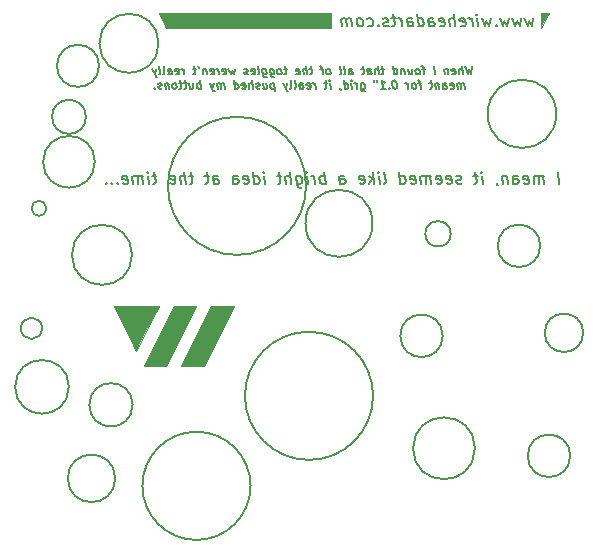
<source format=gbo>
G04 #@! TF.GenerationSoftware,KiCad,Pcbnew,(5.1.2)-1*
G04 #@! TF.CreationDate,2019-05-02T22:44:15-07:00*
G04 #@! TF.ProjectId,gen3piano,67656e33-7069-4616-9e6f-2e6b69636164,rev?*
G04 #@! TF.SameCoordinates,PXe88b40PYc1c960*
G04 #@! TF.FileFunction,Legend,Bot*
G04 #@! TF.FilePolarity,Positive*
%FSLAX46Y46*%
G04 Gerber Fmt 4.6, Leading zero omitted, Abs format (unit mm)*
G04 Created by KiCad (PCBNEW (5.1.2)-1) date 2019-05-02 22:44:15*
%MOMM*%
%LPD*%
G04 APERTURE LIST*
%ADD10C,0.150000*%
%ADD11C,0.100000*%
G04 APERTURE END LIST*
D10*
X20454050Y-40640000D02*
G75*
G03X20454050Y-40640000I-4579050J0D01*
G01*
X47516051Y-38100000D02*
G75*
G03X47516051Y-38100000I-1796051J0D01*
G01*
X36721051Y-27940000D02*
G75*
G03X36721051Y-27940000I-1796051J0D01*
G01*
X30825442Y-33020000D02*
G75*
G03X30825442Y-33020000I-5425442J0D01*
G01*
X39448172Y-37465000D02*
G75*
G03X39448172Y-37465000I-2618172J0D01*
G01*
D11*
G36*
X27305000Y-1905000D02*
G01*
X13335000Y-1905000D01*
X12700000Y-635000D01*
X27305000Y-635000D01*
X27305000Y-1905000D01*
G37*
X27305000Y-1905000D02*
X13335000Y-1905000D01*
X12700000Y-635000D01*
X27305000Y-635000D01*
X27305000Y-1905000D01*
D10*
X3175000Y-17145000D02*
G75*
G03X3175000Y-17145000I-635000J0D01*
G01*
X2803026Y-27305000D02*
G75*
G03X2803026Y-27305000I-898026J0D01*
G01*
X8993046Y-40005000D02*
G75*
G03X8993046Y-40005000I-2008046J0D01*
G01*
D11*
G36*
X45085000Y-1905000D02*
G01*
X45085000Y-635000D01*
X45720000Y-635000D01*
X45085000Y-1905000D01*
G37*
X45085000Y-1905000D02*
X45085000Y-635000D01*
X45720000Y-635000D01*
X45085000Y-1905000D01*
D10*
X48616394Y-27686000D02*
G75*
G03X48616394Y-27686000I-1626394J0D01*
G01*
X37399631Y-19304000D02*
G75*
G03X37399631Y-19304000I-1077631J0D01*
G01*
X7620000Y-5080000D02*
G75*
G03X7620000Y-5080000I-1778000J0D01*
G01*
X46330046Y-9144000D02*
G75*
G03X46330046Y-9144000I-2896046J0D01*
G01*
X10467620Y-33782000D02*
G75*
G03X10467620Y-33782000I-1831620J0D01*
G01*
X5065845Y-32258000D02*
G75*
G03X5065845Y-32258000I-2271845J0D01*
G01*
X12661610Y-3175000D02*
G75*
G03X12661610Y-3175000I-2501610J0D01*
G01*
X25151519Y-15240000D02*
G75*
G03X25151519Y-15240000I-5847519J0D01*
G01*
X7264991Y-13208000D02*
G75*
G03X7264991Y-13208000I-2184991J0D01*
G01*
X6516841Y-9398000D02*
G75*
G03X6516841Y-9398000I-1436841J0D01*
G01*
X10414000Y-21082000D02*
G75*
G03X10414000Y-21082000I-2540000J0D01*
G01*
X30779806Y-18415000D02*
G75*
G03X30779806Y-18415000I-2839806J0D01*
G01*
X39219479Y-5112666D02*
X39140312Y-5812666D01*
X38944479Y-5312666D01*
X38873645Y-5812666D01*
X38619479Y-5112666D01*
X38440312Y-5812666D02*
X38352812Y-5112666D01*
X38140312Y-5812666D02*
X38094479Y-5446000D01*
X38119479Y-5379333D01*
X38181979Y-5346000D01*
X38281979Y-5346000D01*
X38352812Y-5379333D01*
X38390312Y-5412666D01*
X37536145Y-5779333D02*
X37606979Y-5812666D01*
X37740312Y-5812666D01*
X37802812Y-5779333D01*
X37827812Y-5712666D01*
X37794479Y-5446000D01*
X37752812Y-5379333D01*
X37681979Y-5346000D01*
X37548645Y-5346000D01*
X37486145Y-5379333D01*
X37461145Y-5446000D01*
X37469479Y-5512666D01*
X37811145Y-5579333D01*
X37148645Y-5346000D02*
X37206979Y-5812666D01*
X37156979Y-5412666D02*
X37119479Y-5379333D01*
X37048645Y-5346000D01*
X36948645Y-5346000D01*
X36886145Y-5379333D01*
X36861145Y-5446000D01*
X36906979Y-5812666D01*
X36040312Y-5812666D02*
X35952812Y-5112666D01*
X35215312Y-5346000D02*
X34948645Y-5346000D01*
X35173645Y-5812666D02*
X35098645Y-5212666D01*
X35056979Y-5146000D01*
X34986145Y-5112666D01*
X34919479Y-5112666D01*
X34673645Y-5812666D02*
X34736145Y-5779333D01*
X34765312Y-5746000D01*
X34790312Y-5679333D01*
X34765312Y-5479333D01*
X34723645Y-5412666D01*
X34686145Y-5379333D01*
X34615312Y-5346000D01*
X34515312Y-5346000D01*
X34452812Y-5379333D01*
X34423645Y-5412666D01*
X34398645Y-5479333D01*
X34423645Y-5679333D01*
X34465312Y-5746000D01*
X34502812Y-5779333D01*
X34573645Y-5812666D01*
X34673645Y-5812666D01*
X33781979Y-5346000D02*
X33840312Y-5812666D01*
X34081979Y-5346000D02*
X34127812Y-5712666D01*
X34102812Y-5779333D01*
X34040312Y-5812666D01*
X33940312Y-5812666D01*
X33869479Y-5779333D01*
X33831979Y-5746000D01*
X33448645Y-5346000D02*
X33506979Y-5812666D01*
X33456979Y-5412666D02*
X33419479Y-5379333D01*
X33348645Y-5346000D01*
X33248645Y-5346000D01*
X33186145Y-5379333D01*
X33161145Y-5446000D01*
X33206979Y-5812666D01*
X32573645Y-5812666D02*
X32486145Y-5112666D01*
X32569479Y-5779333D02*
X32640312Y-5812666D01*
X32773645Y-5812666D01*
X32836145Y-5779333D01*
X32865312Y-5746000D01*
X32890312Y-5679333D01*
X32865312Y-5479333D01*
X32823645Y-5412666D01*
X32786145Y-5379333D01*
X32715312Y-5346000D01*
X32581979Y-5346000D01*
X32519479Y-5379333D01*
X31748645Y-5346000D02*
X31481979Y-5346000D01*
X31619479Y-5112666D02*
X31694479Y-5712666D01*
X31669479Y-5779333D01*
X31606979Y-5812666D01*
X31540312Y-5812666D01*
X31306979Y-5812666D02*
X31219479Y-5112666D01*
X31006979Y-5812666D02*
X30961145Y-5446000D01*
X30986145Y-5379333D01*
X31048645Y-5346000D01*
X31148645Y-5346000D01*
X31219479Y-5379333D01*
X31256979Y-5412666D01*
X30373645Y-5812666D02*
X30327812Y-5446000D01*
X30352812Y-5379333D01*
X30415312Y-5346000D01*
X30548645Y-5346000D01*
X30619479Y-5379333D01*
X30369479Y-5779333D02*
X30440312Y-5812666D01*
X30606979Y-5812666D01*
X30669479Y-5779333D01*
X30694479Y-5712666D01*
X30686145Y-5646000D01*
X30644479Y-5579333D01*
X30573645Y-5546000D01*
X30406979Y-5546000D01*
X30336145Y-5512666D01*
X30081979Y-5346000D02*
X29815312Y-5346000D01*
X29952812Y-5112666D02*
X30027812Y-5712666D01*
X30002812Y-5779333D01*
X29940312Y-5812666D01*
X29873645Y-5812666D01*
X28806979Y-5812666D02*
X28761145Y-5446000D01*
X28786145Y-5379333D01*
X28848645Y-5346000D01*
X28981979Y-5346000D01*
X29052812Y-5379333D01*
X28802812Y-5779333D02*
X28873645Y-5812666D01*
X29040312Y-5812666D01*
X29102812Y-5779333D01*
X29127812Y-5712666D01*
X29119479Y-5646000D01*
X29077812Y-5579333D01*
X29006979Y-5546000D01*
X28840312Y-5546000D01*
X28769479Y-5512666D01*
X28373645Y-5812666D02*
X28436145Y-5779333D01*
X28461145Y-5712666D01*
X28386145Y-5112666D01*
X28006979Y-5812666D02*
X28069479Y-5779333D01*
X28094479Y-5712666D01*
X28019479Y-5112666D01*
X27106979Y-5812666D02*
X27169479Y-5779333D01*
X27198645Y-5746000D01*
X27223645Y-5679333D01*
X27198645Y-5479333D01*
X27156979Y-5412666D01*
X27119479Y-5379333D01*
X27048645Y-5346000D01*
X26948645Y-5346000D01*
X26886145Y-5379333D01*
X26856979Y-5412666D01*
X26831979Y-5479333D01*
X26856979Y-5679333D01*
X26898645Y-5746000D01*
X26936145Y-5779333D01*
X27006979Y-5812666D01*
X27106979Y-5812666D01*
X26615312Y-5346000D02*
X26348645Y-5346000D01*
X26573645Y-5812666D02*
X26498645Y-5212666D01*
X26456979Y-5146000D01*
X26386145Y-5112666D01*
X26319479Y-5112666D01*
X25681979Y-5346000D02*
X25415312Y-5346000D01*
X25552812Y-5112666D02*
X25627812Y-5712666D01*
X25602812Y-5779333D01*
X25540312Y-5812666D01*
X25473645Y-5812666D01*
X25240312Y-5812666D02*
X25152812Y-5112666D01*
X24940312Y-5812666D02*
X24894479Y-5446000D01*
X24919479Y-5379333D01*
X24981979Y-5346000D01*
X25081979Y-5346000D01*
X25152812Y-5379333D01*
X25190312Y-5412666D01*
X24336145Y-5779333D02*
X24406979Y-5812666D01*
X24540312Y-5812666D01*
X24602812Y-5779333D01*
X24627812Y-5712666D01*
X24594479Y-5446000D01*
X24552812Y-5379333D01*
X24481979Y-5346000D01*
X24348645Y-5346000D01*
X24286145Y-5379333D01*
X24261145Y-5446000D01*
X24269479Y-5512666D01*
X24611145Y-5579333D01*
X23515312Y-5346000D02*
X23248645Y-5346000D01*
X23386145Y-5112666D02*
X23461145Y-5712666D01*
X23436145Y-5779333D01*
X23373645Y-5812666D01*
X23306979Y-5812666D01*
X22973645Y-5812666D02*
X23036145Y-5779333D01*
X23065312Y-5746000D01*
X23090312Y-5679333D01*
X23065312Y-5479333D01*
X23023645Y-5412666D01*
X22986145Y-5379333D01*
X22915312Y-5346000D01*
X22815312Y-5346000D01*
X22752812Y-5379333D01*
X22723645Y-5412666D01*
X22698645Y-5479333D01*
X22723645Y-5679333D01*
X22765312Y-5746000D01*
X22802812Y-5779333D01*
X22873645Y-5812666D01*
X22973645Y-5812666D01*
X22081979Y-5346000D02*
X22152812Y-5912666D01*
X22194479Y-5979333D01*
X22231979Y-6012666D01*
X22302812Y-6046000D01*
X22402812Y-6046000D01*
X22465312Y-6012666D01*
X22136145Y-5779333D02*
X22206979Y-5812666D01*
X22340312Y-5812666D01*
X22402812Y-5779333D01*
X22431979Y-5746000D01*
X22456979Y-5679333D01*
X22431979Y-5479333D01*
X22390312Y-5412666D01*
X22352812Y-5379333D01*
X22281979Y-5346000D01*
X22148645Y-5346000D01*
X22086145Y-5379333D01*
X21448645Y-5346000D02*
X21519479Y-5912666D01*
X21561145Y-5979333D01*
X21598645Y-6012666D01*
X21669479Y-6046000D01*
X21769479Y-6046000D01*
X21831979Y-6012666D01*
X21502812Y-5779333D02*
X21573645Y-5812666D01*
X21706979Y-5812666D01*
X21769479Y-5779333D01*
X21798645Y-5746000D01*
X21823645Y-5679333D01*
X21798645Y-5479333D01*
X21756979Y-5412666D01*
X21719479Y-5379333D01*
X21648645Y-5346000D01*
X21515312Y-5346000D01*
X21452812Y-5379333D01*
X21073645Y-5812666D02*
X21136145Y-5779333D01*
X21161145Y-5712666D01*
X21086145Y-5112666D01*
X20536145Y-5779333D02*
X20606979Y-5812666D01*
X20740312Y-5812666D01*
X20802812Y-5779333D01*
X20827812Y-5712666D01*
X20794479Y-5446000D01*
X20752812Y-5379333D01*
X20681979Y-5346000D01*
X20548645Y-5346000D01*
X20486145Y-5379333D01*
X20461145Y-5446000D01*
X20469479Y-5512666D01*
X20811145Y-5579333D01*
X20236145Y-5779333D02*
X20173645Y-5812666D01*
X20040312Y-5812666D01*
X19969479Y-5779333D01*
X19927812Y-5712666D01*
X19923645Y-5679333D01*
X19948645Y-5612666D01*
X20011145Y-5579333D01*
X20111145Y-5579333D01*
X20173645Y-5546000D01*
X20198645Y-5479333D01*
X20194479Y-5446000D01*
X20152812Y-5379333D01*
X20081979Y-5346000D01*
X19981979Y-5346000D01*
X19919479Y-5379333D01*
X19115312Y-5346000D02*
X19040312Y-5812666D01*
X18865312Y-5479333D01*
X18773645Y-5812666D01*
X18581979Y-5346000D01*
X18102812Y-5779333D02*
X18173645Y-5812666D01*
X18306979Y-5812666D01*
X18369479Y-5779333D01*
X18394479Y-5712666D01*
X18361145Y-5446000D01*
X18319479Y-5379333D01*
X18248645Y-5346000D01*
X18115312Y-5346000D01*
X18052812Y-5379333D01*
X18027812Y-5446000D01*
X18036145Y-5512666D01*
X18377812Y-5579333D01*
X17773645Y-5812666D02*
X17715312Y-5346000D01*
X17731979Y-5479333D02*
X17690312Y-5412666D01*
X17652812Y-5379333D01*
X17581979Y-5346000D01*
X17515312Y-5346000D01*
X17069479Y-5779333D02*
X17140312Y-5812666D01*
X17273645Y-5812666D01*
X17336145Y-5779333D01*
X17361145Y-5712666D01*
X17327812Y-5446000D01*
X17286145Y-5379333D01*
X17215312Y-5346000D01*
X17081979Y-5346000D01*
X17019479Y-5379333D01*
X16994479Y-5446000D01*
X17002812Y-5512666D01*
X17344479Y-5579333D01*
X16681979Y-5346000D02*
X16740312Y-5812666D01*
X16690312Y-5412666D02*
X16652812Y-5379333D01*
X16581979Y-5346000D01*
X16481979Y-5346000D01*
X16419479Y-5379333D01*
X16394479Y-5446000D01*
X16440312Y-5812666D01*
X15986145Y-5112666D02*
X16069479Y-5246000D01*
X15815312Y-5346000D02*
X15548645Y-5346000D01*
X15686145Y-5112666D02*
X15761145Y-5712666D01*
X15736145Y-5779333D01*
X15673645Y-5812666D01*
X15606979Y-5812666D01*
X14840312Y-5812666D02*
X14781979Y-5346000D01*
X14798645Y-5479333D02*
X14756979Y-5412666D01*
X14719479Y-5379333D01*
X14648645Y-5346000D01*
X14581979Y-5346000D01*
X14136145Y-5779333D02*
X14206979Y-5812666D01*
X14340312Y-5812666D01*
X14402812Y-5779333D01*
X14427812Y-5712666D01*
X14394479Y-5446000D01*
X14352812Y-5379333D01*
X14281979Y-5346000D01*
X14148645Y-5346000D01*
X14086145Y-5379333D01*
X14061145Y-5446000D01*
X14069479Y-5512666D01*
X14411145Y-5579333D01*
X13506979Y-5812666D02*
X13461145Y-5446000D01*
X13486145Y-5379333D01*
X13548645Y-5346000D01*
X13681979Y-5346000D01*
X13752812Y-5379333D01*
X13502812Y-5779333D02*
X13573645Y-5812666D01*
X13740312Y-5812666D01*
X13802812Y-5779333D01*
X13827812Y-5712666D01*
X13819479Y-5646000D01*
X13777812Y-5579333D01*
X13706979Y-5546000D01*
X13540312Y-5546000D01*
X13469479Y-5512666D01*
X13073645Y-5812666D02*
X13136145Y-5779333D01*
X13161145Y-5712666D01*
X13086145Y-5112666D01*
X12706979Y-5812666D02*
X12769479Y-5779333D01*
X12794479Y-5712666D01*
X12719479Y-5112666D01*
X12448645Y-5346000D02*
X12340312Y-5812666D01*
X12115312Y-5346000D02*
X12340312Y-5812666D01*
X12427812Y-5979333D01*
X12465312Y-6012666D01*
X12536145Y-6046000D01*
X38590312Y-7012666D02*
X38531979Y-6546000D01*
X38540312Y-6612666D02*
X38502812Y-6579333D01*
X38431979Y-6546000D01*
X38331979Y-6546000D01*
X38269479Y-6579333D01*
X38244479Y-6646000D01*
X38290312Y-7012666D01*
X38244479Y-6646000D02*
X38202812Y-6579333D01*
X38131979Y-6546000D01*
X38031979Y-6546000D01*
X37969479Y-6579333D01*
X37944479Y-6646000D01*
X37990312Y-7012666D01*
X37386145Y-6979333D02*
X37456979Y-7012666D01*
X37590312Y-7012666D01*
X37652812Y-6979333D01*
X37677812Y-6912666D01*
X37644479Y-6646000D01*
X37602812Y-6579333D01*
X37531979Y-6546000D01*
X37398645Y-6546000D01*
X37336145Y-6579333D01*
X37311145Y-6646000D01*
X37319479Y-6712666D01*
X37661145Y-6779333D01*
X36756979Y-7012666D02*
X36711145Y-6646000D01*
X36736145Y-6579333D01*
X36798645Y-6546000D01*
X36931979Y-6546000D01*
X37002812Y-6579333D01*
X36752812Y-6979333D02*
X36823645Y-7012666D01*
X36990312Y-7012666D01*
X37052812Y-6979333D01*
X37077812Y-6912666D01*
X37069479Y-6846000D01*
X37027812Y-6779333D01*
X36956979Y-6746000D01*
X36790312Y-6746000D01*
X36719479Y-6712666D01*
X36365312Y-6546000D02*
X36423645Y-7012666D01*
X36373645Y-6612666D02*
X36336145Y-6579333D01*
X36265312Y-6546000D01*
X36165312Y-6546000D01*
X36102812Y-6579333D01*
X36077812Y-6646000D01*
X36123645Y-7012666D01*
X35831979Y-6546000D02*
X35565312Y-6546000D01*
X35702812Y-6312666D02*
X35777812Y-6912666D01*
X35752812Y-6979333D01*
X35690312Y-7012666D01*
X35623645Y-7012666D01*
X34898645Y-6546000D02*
X34631979Y-6546000D01*
X34856979Y-7012666D02*
X34781979Y-6412666D01*
X34740312Y-6346000D01*
X34669479Y-6312666D01*
X34602812Y-6312666D01*
X34356979Y-7012666D02*
X34419479Y-6979333D01*
X34448645Y-6946000D01*
X34473645Y-6879333D01*
X34448645Y-6679333D01*
X34406979Y-6612666D01*
X34369479Y-6579333D01*
X34298645Y-6546000D01*
X34198645Y-6546000D01*
X34136145Y-6579333D01*
X34106979Y-6612666D01*
X34081979Y-6679333D01*
X34106979Y-6879333D01*
X34148645Y-6946000D01*
X34186145Y-6979333D01*
X34256979Y-7012666D01*
X34356979Y-7012666D01*
X33823645Y-7012666D02*
X33765312Y-6546000D01*
X33781979Y-6679333D02*
X33740312Y-6612666D01*
X33702812Y-6579333D01*
X33631979Y-6546000D01*
X33565312Y-6546000D01*
X32636145Y-6312666D02*
X32569479Y-6312666D01*
X32506979Y-6346000D01*
X32477812Y-6379333D01*
X32452812Y-6446000D01*
X32436145Y-6579333D01*
X32456979Y-6746000D01*
X32506979Y-6879333D01*
X32548645Y-6946000D01*
X32586145Y-6979333D01*
X32656979Y-7012666D01*
X32723645Y-7012666D01*
X32786145Y-6979333D01*
X32815312Y-6946000D01*
X32840312Y-6879333D01*
X32856979Y-6746000D01*
X32836145Y-6579333D01*
X32786145Y-6446000D01*
X32744479Y-6379333D01*
X32706979Y-6346000D01*
X32636145Y-6312666D01*
X32181979Y-6946000D02*
X32152812Y-6979333D01*
X32190312Y-7012666D01*
X32219479Y-6979333D01*
X32181979Y-6946000D01*
X32190312Y-7012666D01*
X31490312Y-7012666D02*
X31890312Y-7012666D01*
X31690312Y-7012666D02*
X31602812Y-6312666D01*
X31681979Y-6412666D01*
X31756979Y-6479333D01*
X31827812Y-6512666D01*
X31136145Y-6312666D02*
X31152812Y-6446000D01*
X30869479Y-6312666D02*
X30886145Y-6446000D01*
X29765312Y-6546000D02*
X29836145Y-7112666D01*
X29877812Y-7179333D01*
X29915312Y-7212666D01*
X29986145Y-7246000D01*
X30086145Y-7246000D01*
X30148645Y-7212666D01*
X29819479Y-6979333D02*
X29890312Y-7012666D01*
X30023645Y-7012666D01*
X30086145Y-6979333D01*
X30115312Y-6946000D01*
X30140312Y-6879333D01*
X30115312Y-6679333D01*
X30073645Y-6612666D01*
X30036145Y-6579333D01*
X29965312Y-6546000D01*
X29831979Y-6546000D01*
X29769479Y-6579333D01*
X29490312Y-7012666D02*
X29431979Y-6546000D01*
X29448645Y-6679333D02*
X29406979Y-6612666D01*
X29369479Y-6579333D01*
X29298645Y-6546000D01*
X29231979Y-6546000D01*
X29056979Y-7012666D02*
X28998645Y-6546000D01*
X28969479Y-6312666D02*
X29006979Y-6346000D01*
X28977812Y-6379333D01*
X28940312Y-6346000D01*
X28969479Y-6312666D01*
X28977812Y-6379333D01*
X28423645Y-7012666D02*
X28336145Y-6312666D01*
X28419479Y-6979333D02*
X28490312Y-7012666D01*
X28623645Y-7012666D01*
X28686145Y-6979333D01*
X28715312Y-6946000D01*
X28740312Y-6879333D01*
X28715312Y-6679333D01*
X28673645Y-6612666D01*
X28636145Y-6579333D01*
X28565312Y-6546000D01*
X28431979Y-6546000D01*
X28369479Y-6579333D01*
X28052812Y-6979333D02*
X28056979Y-7012666D01*
X28098645Y-7079333D01*
X28136145Y-7112666D01*
X27223645Y-7012666D02*
X27165312Y-6546000D01*
X27136145Y-6312666D02*
X27173645Y-6346000D01*
X27144479Y-6379333D01*
X27106979Y-6346000D01*
X27136145Y-6312666D01*
X27144479Y-6379333D01*
X26931979Y-6546000D02*
X26665312Y-6546000D01*
X26802812Y-6312666D02*
X26877812Y-6912666D01*
X26852812Y-6979333D01*
X26790312Y-7012666D01*
X26723645Y-7012666D01*
X25956979Y-7012666D02*
X25898645Y-6546000D01*
X25915312Y-6679333D02*
X25873645Y-6612666D01*
X25836145Y-6579333D01*
X25765312Y-6546000D01*
X25698645Y-6546000D01*
X25252812Y-6979333D02*
X25323645Y-7012666D01*
X25456979Y-7012666D01*
X25519479Y-6979333D01*
X25544479Y-6912666D01*
X25511145Y-6646000D01*
X25469479Y-6579333D01*
X25398645Y-6546000D01*
X25265312Y-6546000D01*
X25202812Y-6579333D01*
X25177812Y-6646000D01*
X25186145Y-6712666D01*
X25527812Y-6779333D01*
X24623645Y-7012666D02*
X24577812Y-6646000D01*
X24602812Y-6579333D01*
X24665312Y-6546000D01*
X24798645Y-6546000D01*
X24869479Y-6579333D01*
X24619479Y-6979333D02*
X24690312Y-7012666D01*
X24856979Y-7012666D01*
X24919479Y-6979333D01*
X24944479Y-6912666D01*
X24936145Y-6846000D01*
X24894479Y-6779333D01*
X24823645Y-6746000D01*
X24656979Y-6746000D01*
X24586145Y-6712666D01*
X24190312Y-7012666D02*
X24252812Y-6979333D01*
X24277812Y-6912666D01*
X24202812Y-6312666D01*
X23823645Y-7012666D02*
X23886145Y-6979333D01*
X23911145Y-6912666D01*
X23836145Y-6312666D01*
X23565312Y-6546000D02*
X23456979Y-7012666D01*
X23231979Y-6546000D02*
X23456979Y-7012666D01*
X23544479Y-7179333D01*
X23581979Y-7212666D01*
X23652812Y-7246000D01*
X22431979Y-6546000D02*
X22519479Y-7246000D01*
X22436145Y-6579333D02*
X22365312Y-6546000D01*
X22231979Y-6546000D01*
X22169479Y-6579333D01*
X22140312Y-6612666D01*
X22115312Y-6679333D01*
X22140312Y-6879333D01*
X22181979Y-6946000D01*
X22219479Y-6979333D01*
X22290312Y-7012666D01*
X22423645Y-7012666D01*
X22486145Y-6979333D01*
X21498645Y-6546000D02*
X21556979Y-7012666D01*
X21798645Y-6546000D02*
X21844479Y-6912666D01*
X21819479Y-6979333D01*
X21756979Y-7012666D01*
X21656979Y-7012666D01*
X21586145Y-6979333D01*
X21548645Y-6946000D01*
X21252812Y-6979333D02*
X21190312Y-7012666D01*
X21056979Y-7012666D01*
X20986145Y-6979333D01*
X20944479Y-6912666D01*
X20940312Y-6879333D01*
X20965312Y-6812666D01*
X21027812Y-6779333D01*
X21127812Y-6779333D01*
X21190312Y-6746000D01*
X21215312Y-6679333D01*
X21211145Y-6646000D01*
X21169479Y-6579333D01*
X21098645Y-6546000D01*
X20998645Y-6546000D01*
X20936145Y-6579333D01*
X20656979Y-7012666D02*
X20569479Y-6312666D01*
X20356979Y-7012666D02*
X20311145Y-6646000D01*
X20336145Y-6579333D01*
X20398645Y-6546000D01*
X20498645Y-6546000D01*
X20569479Y-6579333D01*
X20606979Y-6612666D01*
X19752812Y-6979333D02*
X19823645Y-7012666D01*
X19956979Y-7012666D01*
X20019479Y-6979333D01*
X20044479Y-6912666D01*
X20011145Y-6646000D01*
X19969479Y-6579333D01*
X19898645Y-6546000D01*
X19765312Y-6546000D01*
X19702812Y-6579333D01*
X19677812Y-6646000D01*
X19686145Y-6712666D01*
X20027812Y-6779333D01*
X19123645Y-7012666D02*
X19036145Y-6312666D01*
X19119479Y-6979333D02*
X19190312Y-7012666D01*
X19323645Y-7012666D01*
X19386145Y-6979333D01*
X19415312Y-6946000D01*
X19440312Y-6879333D01*
X19415312Y-6679333D01*
X19373645Y-6612666D01*
X19336145Y-6579333D01*
X19265312Y-6546000D01*
X19131979Y-6546000D01*
X19069479Y-6579333D01*
X18256979Y-7012666D02*
X18198645Y-6546000D01*
X18206979Y-6612666D02*
X18169479Y-6579333D01*
X18098645Y-6546000D01*
X17998645Y-6546000D01*
X17936145Y-6579333D01*
X17911145Y-6646000D01*
X17956979Y-7012666D01*
X17911145Y-6646000D02*
X17869479Y-6579333D01*
X17798645Y-6546000D01*
X17698645Y-6546000D01*
X17636145Y-6579333D01*
X17611145Y-6646000D01*
X17656979Y-7012666D01*
X17331979Y-6546000D02*
X17223645Y-7012666D01*
X16998645Y-6546000D02*
X17223645Y-7012666D01*
X17311145Y-7179333D01*
X17348645Y-7212666D01*
X17419479Y-7246000D01*
X16256979Y-7012666D02*
X16169479Y-6312666D01*
X16202812Y-6579333D02*
X16131979Y-6546000D01*
X15998645Y-6546000D01*
X15936145Y-6579333D01*
X15906979Y-6612666D01*
X15881979Y-6679333D01*
X15906979Y-6879333D01*
X15948645Y-6946000D01*
X15986145Y-6979333D01*
X16056979Y-7012666D01*
X16190312Y-7012666D01*
X16252812Y-6979333D01*
X15265312Y-6546000D02*
X15323645Y-7012666D01*
X15565312Y-6546000D02*
X15611145Y-6912666D01*
X15586145Y-6979333D01*
X15523645Y-7012666D01*
X15423645Y-7012666D01*
X15352812Y-6979333D01*
X15315312Y-6946000D01*
X15031979Y-6546000D02*
X14765312Y-6546000D01*
X14902812Y-6312666D02*
X14977812Y-6912666D01*
X14952812Y-6979333D01*
X14890312Y-7012666D01*
X14823645Y-7012666D01*
X14631979Y-6546000D02*
X14365312Y-6546000D01*
X14502812Y-6312666D02*
X14577812Y-6912666D01*
X14552812Y-6979333D01*
X14490312Y-7012666D01*
X14423645Y-7012666D01*
X14090312Y-7012666D02*
X14152812Y-6979333D01*
X14181979Y-6946000D01*
X14206979Y-6879333D01*
X14181979Y-6679333D01*
X14140312Y-6612666D01*
X14102812Y-6579333D01*
X14031979Y-6546000D01*
X13931979Y-6546000D01*
X13869479Y-6579333D01*
X13840312Y-6612666D01*
X13815312Y-6679333D01*
X13840312Y-6879333D01*
X13881979Y-6946000D01*
X13919479Y-6979333D01*
X13990312Y-7012666D01*
X14090312Y-7012666D01*
X13498645Y-6546000D02*
X13556979Y-7012666D01*
X13506979Y-6612666D02*
X13469479Y-6579333D01*
X13398645Y-6546000D01*
X13298645Y-6546000D01*
X13236145Y-6579333D01*
X13211145Y-6646000D01*
X13256979Y-7012666D01*
X12952812Y-6979333D02*
X12890312Y-7012666D01*
X12756979Y-7012666D01*
X12686145Y-6979333D01*
X12644479Y-6912666D01*
X12640312Y-6879333D01*
X12665312Y-6812666D01*
X12727812Y-6779333D01*
X12827812Y-6779333D01*
X12890312Y-6746000D01*
X12915312Y-6679333D01*
X12911145Y-6646000D01*
X12869479Y-6579333D01*
X12798645Y-6546000D01*
X12698645Y-6546000D01*
X12636145Y-6579333D01*
X12348645Y-6946000D02*
X12319479Y-6979333D01*
X12356979Y-7012666D01*
X12386145Y-6979333D01*
X12348645Y-6946000D01*
X12356979Y-7012666D01*
X44976051Y-20320000D02*
G75*
G03X44976051Y-20320000I-1796051J0D01*
G01*
X46571651Y-15057380D02*
X46446651Y-14057380D01*
X45333556Y-15057380D02*
X45250223Y-14390714D01*
X45262127Y-14485952D02*
X45208556Y-14438333D01*
X45107366Y-14390714D01*
X44964508Y-14390714D01*
X44875223Y-14438333D01*
X44839508Y-14533571D01*
X44904985Y-15057380D01*
X44839508Y-14533571D02*
X44779985Y-14438333D01*
X44678794Y-14390714D01*
X44535937Y-14390714D01*
X44446651Y-14438333D01*
X44410937Y-14533571D01*
X44476413Y-15057380D01*
X43613318Y-15009761D02*
X43714508Y-15057380D01*
X43904985Y-15057380D01*
X43994270Y-15009761D01*
X44029985Y-14914523D01*
X43982366Y-14533571D01*
X43922842Y-14438333D01*
X43821651Y-14390714D01*
X43631175Y-14390714D01*
X43541889Y-14438333D01*
X43506175Y-14533571D01*
X43518080Y-14628809D01*
X44006175Y-14724047D01*
X42714508Y-15057380D02*
X42649032Y-14533571D01*
X42684747Y-14438333D01*
X42774032Y-14390714D01*
X42964508Y-14390714D01*
X43065699Y-14438333D01*
X42708556Y-15009761D02*
X42809747Y-15057380D01*
X43047842Y-15057380D01*
X43137127Y-15009761D01*
X43172842Y-14914523D01*
X43160937Y-14819285D01*
X43101413Y-14724047D01*
X43000223Y-14676428D01*
X42762127Y-14676428D01*
X42660937Y-14628809D01*
X42154985Y-14390714D02*
X42238318Y-15057380D01*
X42166889Y-14485952D02*
X42113318Y-14438333D01*
X42012127Y-14390714D01*
X41869270Y-14390714D01*
X41779985Y-14438333D01*
X41744270Y-14533571D01*
X41809747Y-15057380D01*
X41279985Y-15009761D02*
X41285937Y-15057380D01*
X41345461Y-15152619D01*
X41399032Y-15200238D01*
X40095461Y-15057380D02*
X40012127Y-14390714D01*
X39970461Y-14057380D02*
X40024032Y-14105000D01*
X39982366Y-14152619D01*
X39928794Y-14105000D01*
X39970461Y-14057380D01*
X39982366Y-14152619D01*
X39678794Y-14390714D02*
X39297842Y-14390714D01*
X39494270Y-14057380D02*
X39601413Y-14914523D01*
X39565699Y-15009761D01*
X39476413Y-15057380D01*
X39381175Y-15057380D01*
X38327604Y-15009761D02*
X38238318Y-15057380D01*
X38047842Y-15057380D01*
X37946651Y-15009761D01*
X37887127Y-14914523D01*
X37881175Y-14866904D01*
X37916889Y-14771666D01*
X38006175Y-14724047D01*
X38149032Y-14724047D01*
X38238318Y-14676428D01*
X38274032Y-14581190D01*
X38268080Y-14533571D01*
X38208556Y-14438333D01*
X38107366Y-14390714D01*
X37964508Y-14390714D01*
X37875223Y-14438333D01*
X37089508Y-15009761D02*
X37190699Y-15057380D01*
X37381175Y-15057380D01*
X37470461Y-15009761D01*
X37506175Y-14914523D01*
X37458556Y-14533571D01*
X37399032Y-14438333D01*
X37297842Y-14390714D01*
X37107366Y-14390714D01*
X37018080Y-14438333D01*
X36982366Y-14533571D01*
X36994270Y-14628809D01*
X37482366Y-14724047D01*
X36232366Y-15009761D02*
X36333556Y-15057380D01*
X36524032Y-15057380D01*
X36613318Y-15009761D01*
X36649032Y-14914523D01*
X36601413Y-14533571D01*
X36541889Y-14438333D01*
X36440699Y-14390714D01*
X36250223Y-14390714D01*
X36160937Y-14438333D01*
X36125223Y-14533571D01*
X36137127Y-14628809D01*
X36625223Y-14724047D01*
X35762127Y-15057380D02*
X35678794Y-14390714D01*
X35690699Y-14485952D02*
X35637127Y-14438333D01*
X35535937Y-14390714D01*
X35393080Y-14390714D01*
X35303794Y-14438333D01*
X35268080Y-14533571D01*
X35333556Y-15057380D01*
X35268080Y-14533571D02*
X35208556Y-14438333D01*
X35107366Y-14390714D01*
X34964508Y-14390714D01*
X34875223Y-14438333D01*
X34839508Y-14533571D01*
X34904985Y-15057380D01*
X34041889Y-15009761D02*
X34143080Y-15057380D01*
X34333556Y-15057380D01*
X34422842Y-15009761D01*
X34458556Y-14914523D01*
X34410937Y-14533571D01*
X34351413Y-14438333D01*
X34250223Y-14390714D01*
X34059747Y-14390714D01*
X33970461Y-14438333D01*
X33934747Y-14533571D01*
X33946651Y-14628809D01*
X34434747Y-14724047D01*
X33143080Y-15057380D02*
X33018080Y-14057380D01*
X33137127Y-15009761D02*
X33238318Y-15057380D01*
X33428794Y-15057380D01*
X33518080Y-15009761D01*
X33559747Y-14962142D01*
X33595461Y-14866904D01*
X33559747Y-14581190D01*
X33500223Y-14485952D01*
X33446651Y-14438333D01*
X33345461Y-14390714D01*
X33154985Y-14390714D01*
X33065699Y-14438333D01*
X31762127Y-15057380D02*
X31851413Y-15009761D01*
X31887127Y-14914523D01*
X31779985Y-14057380D01*
X31381175Y-15057380D02*
X31297842Y-14390714D01*
X31256175Y-14057380D02*
X31309747Y-14105000D01*
X31268080Y-14152619D01*
X31214508Y-14105000D01*
X31256175Y-14057380D01*
X31268080Y-14152619D01*
X30904985Y-15057380D02*
X30779985Y-14057380D01*
X30762127Y-14676428D02*
X30524032Y-15057380D01*
X30440699Y-14390714D02*
X30869270Y-14771666D01*
X29708556Y-15009761D02*
X29809747Y-15057380D01*
X30000223Y-15057380D01*
X30089508Y-15009761D01*
X30125223Y-14914523D01*
X30077604Y-14533571D01*
X30018080Y-14438333D01*
X29916889Y-14390714D01*
X29726413Y-14390714D01*
X29637127Y-14438333D01*
X29601413Y-14533571D01*
X29613318Y-14628809D01*
X30101413Y-14724047D01*
X28047842Y-15057380D02*
X27982366Y-14533571D01*
X28018080Y-14438333D01*
X28107366Y-14390714D01*
X28297842Y-14390714D01*
X28399032Y-14438333D01*
X28041889Y-15009761D02*
X28143080Y-15057380D01*
X28381175Y-15057380D01*
X28470461Y-15009761D01*
X28506175Y-14914523D01*
X28494270Y-14819285D01*
X28434747Y-14724047D01*
X28333556Y-14676428D01*
X28095461Y-14676428D01*
X27994270Y-14628809D01*
X26809747Y-15057380D02*
X26684747Y-14057380D01*
X26732366Y-14438333D02*
X26631175Y-14390714D01*
X26440699Y-14390714D01*
X26351413Y-14438333D01*
X26309747Y-14485952D01*
X26274032Y-14581190D01*
X26309747Y-14866904D01*
X26369270Y-14962142D01*
X26422842Y-15009761D01*
X26524032Y-15057380D01*
X26714508Y-15057380D01*
X26803794Y-15009761D01*
X25904985Y-15057380D02*
X25821651Y-14390714D01*
X25845461Y-14581190D02*
X25785937Y-14485952D01*
X25732366Y-14438333D01*
X25631175Y-14390714D01*
X25535937Y-14390714D01*
X25285937Y-15057380D02*
X25202604Y-14390714D01*
X25160937Y-14057380D02*
X25214508Y-14105000D01*
X25172842Y-14152619D01*
X25119270Y-14105000D01*
X25160937Y-14057380D01*
X25172842Y-14152619D01*
X24297842Y-14390714D02*
X24399032Y-15200238D01*
X24458556Y-15295476D01*
X24512127Y-15343095D01*
X24613318Y-15390714D01*
X24756175Y-15390714D01*
X24845461Y-15343095D01*
X24375223Y-15009761D02*
X24476413Y-15057380D01*
X24666889Y-15057380D01*
X24756175Y-15009761D01*
X24797842Y-14962142D01*
X24833556Y-14866904D01*
X24797842Y-14581190D01*
X24738318Y-14485952D01*
X24684747Y-14438333D01*
X24583556Y-14390714D01*
X24393080Y-14390714D01*
X24303794Y-14438333D01*
X23904985Y-15057380D02*
X23779985Y-14057380D01*
X23476413Y-15057380D02*
X23410937Y-14533571D01*
X23446651Y-14438333D01*
X23535937Y-14390714D01*
X23678794Y-14390714D01*
X23779985Y-14438333D01*
X23833556Y-14485952D01*
X23059747Y-14390714D02*
X22678794Y-14390714D01*
X22875223Y-14057380D02*
X22982366Y-14914523D01*
X22946651Y-15009761D01*
X22857366Y-15057380D01*
X22762127Y-15057380D01*
X21666889Y-15057380D02*
X21583556Y-14390714D01*
X21541889Y-14057380D02*
X21595461Y-14105000D01*
X21553794Y-14152619D01*
X21500223Y-14105000D01*
X21541889Y-14057380D01*
X21553794Y-14152619D01*
X20762127Y-15057380D02*
X20637127Y-14057380D01*
X20756175Y-15009761D02*
X20857366Y-15057380D01*
X21047842Y-15057380D01*
X21137127Y-15009761D01*
X21178794Y-14962142D01*
X21214508Y-14866904D01*
X21178794Y-14581190D01*
X21119270Y-14485952D01*
X21065699Y-14438333D01*
X20964508Y-14390714D01*
X20774032Y-14390714D01*
X20684747Y-14438333D01*
X19899032Y-15009761D02*
X20000223Y-15057380D01*
X20190699Y-15057380D01*
X20279985Y-15009761D01*
X20315699Y-14914523D01*
X20268080Y-14533571D01*
X20208556Y-14438333D01*
X20107366Y-14390714D01*
X19916889Y-14390714D01*
X19827604Y-14438333D01*
X19791889Y-14533571D01*
X19803794Y-14628809D01*
X20291889Y-14724047D01*
X19000223Y-15057380D02*
X18934747Y-14533571D01*
X18970461Y-14438333D01*
X19059747Y-14390714D01*
X19250223Y-14390714D01*
X19351413Y-14438333D01*
X18994270Y-15009761D02*
X19095461Y-15057380D01*
X19333556Y-15057380D01*
X19422842Y-15009761D01*
X19458556Y-14914523D01*
X19446651Y-14819285D01*
X19387127Y-14724047D01*
X19285937Y-14676428D01*
X19047842Y-14676428D01*
X18946651Y-14628809D01*
X17333556Y-15057380D02*
X17268080Y-14533571D01*
X17303794Y-14438333D01*
X17393080Y-14390714D01*
X17583556Y-14390714D01*
X17684747Y-14438333D01*
X17327604Y-15009761D02*
X17428794Y-15057380D01*
X17666889Y-15057380D01*
X17756175Y-15009761D01*
X17791889Y-14914523D01*
X17779985Y-14819285D01*
X17720461Y-14724047D01*
X17619270Y-14676428D01*
X17381175Y-14676428D01*
X17279985Y-14628809D01*
X16916889Y-14390714D02*
X16535937Y-14390714D01*
X16732366Y-14057380D02*
X16839508Y-14914523D01*
X16803794Y-15009761D01*
X16714508Y-15057380D01*
X16619270Y-15057380D01*
X15583556Y-14390714D02*
X15202604Y-14390714D01*
X15399032Y-14057380D02*
X15506175Y-14914523D01*
X15470461Y-15009761D01*
X15381175Y-15057380D01*
X15285937Y-15057380D01*
X14952604Y-15057380D02*
X14827604Y-14057380D01*
X14524032Y-15057380D02*
X14458556Y-14533571D01*
X14494270Y-14438333D01*
X14583556Y-14390714D01*
X14726413Y-14390714D01*
X14827604Y-14438333D01*
X14881175Y-14485952D01*
X13660937Y-15009761D02*
X13762127Y-15057380D01*
X13952604Y-15057380D01*
X14041889Y-15009761D01*
X14077604Y-14914523D01*
X14029985Y-14533571D01*
X13970461Y-14438333D01*
X13869270Y-14390714D01*
X13678794Y-14390714D01*
X13589508Y-14438333D01*
X13553794Y-14533571D01*
X13565699Y-14628809D01*
X14053794Y-14724047D01*
X12488318Y-14390714D02*
X12107366Y-14390714D01*
X12303794Y-14057380D02*
X12410937Y-14914523D01*
X12375223Y-15009761D01*
X12285937Y-15057380D01*
X12190699Y-15057380D01*
X11857366Y-15057380D02*
X11774032Y-14390714D01*
X11732366Y-14057380D02*
X11785937Y-14105000D01*
X11744270Y-14152619D01*
X11690699Y-14105000D01*
X11732366Y-14057380D01*
X11744270Y-14152619D01*
X11381175Y-15057380D02*
X11297842Y-14390714D01*
X11309747Y-14485952D02*
X11256175Y-14438333D01*
X11154985Y-14390714D01*
X11012127Y-14390714D01*
X10922842Y-14438333D01*
X10887127Y-14533571D01*
X10952604Y-15057380D01*
X10887127Y-14533571D02*
X10827604Y-14438333D01*
X10726413Y-14390714D01*
X10583556Y-14390714D01*
X10494270Y-14438333D01*
X10458556Y-14533571D01*
X10524032Y-15057380D01*
X9660937Y-15009761D02*
X9762127Y-15057380D01*
X9952604Y-15057380D01*
X10041889Y-15009761D01*
X10077604Y-14914523D01*
X10029985Y-14533571D01*
X9970461Y-14438333D01*
X9869270Y-14390714D01*
X9678794Y-14390714D01*
X9589508Y-14438333D01*
X9553794Y-14533571D01*
X9565699Y-14628809D01*
X10053794Y-14724047D01*
X9178794Y-14962142D02*
X9137127Y-15009761D01*
X9190699Y-15057380D01*
X9232366Y-15009761D01*
X9178794Y-14962142D01*
X9190699Y-15057380D01*
X8702604Y-14962142D02*
X8660937Y-15009761D01*
X8714508Y-15057380D01*
X8756175Y-15009761D01*
X8702604Y-14962142D01*
X8714508Y-15057380D01*
X8226413Y-14962142D02*
X8184747Y-15009761D01*
X8238318Y-15057380D01*
X8279985Y-15009761D01*
X8226413Y-14962142D01*
X8238318Y-15057380D01*
D11*
G36*
X16510000Y-30480000D02*
G01*
X14605000Y-30480000D01*
X17145000Y-25400000D01*
X19050000Y-25400000D01*
X16510000Y-30480000D01*
G37*
X16510000Y-30480000D02*
X14605000Y-30480000D01*
X17145000Y-25400000D01*
X19050000Y-25400000D01*
X16510000Y-30480000D01*
G36*
X13335000Y-30480000D02*
G01*
X11430000Y-30480000D01*
X13970000Y-25400000D01*
X15875000Y-25400000D01*
X13335000Y-30480000D01*
G37*
X13335000Y-30480000D02*
X11430000Y-30480000D01*
X13970000Y-25400000D01*
X15875000Y-25400000D01*
X13335000Y-30480000D01*
G36*
X10795000Y-29210000D02*
G01*
X8890000Y-25400000D01*
X12700000Y-25400000D01*
X10795000Y-29210000D01*
G37*
X10795000Y-29210000D02*
X8890000Y-25400000D01*
X12700000Y-25400000D01*
X10795000Y-29210000D01*
D10*
X44402127Y-1055714D02*
X44294985Y-1722380D01*
X44044985Y-1246190D01*
X43914032Y-1722380D01*
X43640223Y-1055714D01*
X43354508Y-1055714D02*
X43247366Y-1722380D01*
X42997366Y-1246190D01*
X42866413Y-1722380D01*
X42592604Y-1055714D01*
X42306889Y-1055714D02*
X42199747Y-1722380D01*
X41949747Y-1246190D01*
X41818794Y-1722380D01*
X41544985Y-1055714D01*
X41235461Y-1627142D02*
X41193794Y-1674761D01*
X41247366Y-1722380D01*
X41289032Y-1674761D01*
X41235461Y-1627142D01*
X41247366Y-1722380D01*
X40783080Y-1055714D02*
X40675937Y-1722380D01*
X40425937Y-1246190D01*
X40294985Y-1722380D01*
X40021175Y-1055714D01*
X39723556Y-1722380D02*
X39640223Y-1055714D01*
X39598556Y-722380D02*
X39652127Y-770000D01*
X39610461Y-817619D01*
X39556889Y-770000D01*
X39598556Y-722380D01*
X39610461Y-817619D01*
X39247366Y-1722380D02*
X39164032Y-1055714D01*
X39187842Y-1246190D02*
X39128318Y-1150952D01*
X39074747Y-1103333D01*
X38973556Y-1055714D01*
X38878318Y-1055714D01*
X38241413Y-1674761D02*
X38342604Y-1722380D01*
X38533080Y-1722380D01*
X38622366Y-1674761D01*
X38658080Y-1579523D01*
X38610461Y-1198571D01*
X38550937Y-1103333D01*
X38449747Y-1055714D01*
X38259270Y-1055714D01*
X38169985Y-1103333D01*
X38134270Y-1198571D01*
X38146175Y-1293809D01*
X38634270Y-1389047D01*
X37771175Y-1722380D02*
X37646175Y-722380D01*
X37342604Y-1722380D02*
X37277127Y-1198571D01*
X37312842Y-1103333D01*
X37402127Y-1055714D01*
X37544985Y-1055714D01*
X37646175Y-1103333D01*
X37699747Y-1150952D01*
X36479508Y-1674761D02*
X36580699Y-1722380D01*
X36771175Y-1722380D01*
X36860461Y-1674761D01*
X36896175Y-1579523D01*
X36848556Y-1198571D01*
X36789032Y-1103333D01*
X36687842Y-1055714D01*
X36497366Y-1055714D01*
X36408080Y-1103333D01*
X36372366Y-1198571D01*
X36384270Y-1293809D01*
X36872366Y-1389047D01*
X35580699Y-1722380D02*
X35515223Y-1198571D01*
X35550937Y-1103333D01*
X35640223Y-1055714D01*
X35830699Y-1055714D01*
X35931889Y-1103333D01*
X35574747Y-1674761D02*
X35675937Y-1722380D01*
X35914032Y-1722380D01*
X36003318Y-1674761D01*
X36039032Y-1579523D01*
X36027127Y-1484285D01*
X35967604Y-1389047D01*
X35866413Y-1341428D01*
X35628318Y-1341428D01*
X35527127Y-1293809D01*
X34675937Y-1722380D02*
X34550937Y-722380D01*
X34669985Y-1674761D02*
X34771175Y-1722380D01*
X34961651Y-1722380D01*
X35050937Y-1674761D01*
X35092604Y-1627142D01*
X35128318Y-1531904D01*
X35092604Y-1246190D01*
X35033080Y-1150952D01*
X34979508Y-1103333D01*
X34878318Y-1055714D01*
X34687842Y-1055714D01*
X34598556Y-1103333D01*
X33771175Y-1722380D02*
X33705699Y-1198571D01*
X33741413Y-1103333D01*
X33830699Y-1055714D01*
X34021175Y-1055714D01*
X34122366Y-1103333D01*
X33765223Y-1674761D02*
X33866413Y-1722380D01*
X34104508Y-1722380D01*
X34193794Y-1674761D01*
X34229508Y-1579523D01*
X34217604Y-1484285D01*
X34158080Y-1389047D01*
X34056889Y-1341428D01*
X33818794Y-1341428D01*
X33717604Y-1293809D01*
X33294985Y-1722380D02*
X33211651Y-1055714D01*
X33235461Y-1246190D02*
X33175937Y-1150952D01*
X33122366Y-1103333D01*
X33021175Y-1055714D01*
X32925937Y-1055714D01*
X32735461Y-1055714D02*
X32354508Y-1055714D01*
X32550937Y-722380D02*
X32658080Y-1579523D01*
X32622366Y-1674761D01*
X32533080Y-1722380D01*
X32437842Y-1722380D01*
X32146175Y-1674761D02*
X32056889Y-1722380D01*
X31866413Y-1722380D01*
X31765223Y-1674761D01*
X31705699Y-1579523D01*
X31699747Y-1531904D01*
X31735461Y-1436666D01*
X31824747Y-1389047D01*
X31967604Y-1389047D01*
X32056889Y-1341428D01*
X32092604Y-1246190D01*
X32086651Y-1198571D01*
X32027127Y-1103333D01*
X31925937Y-1055714D01*
X31783080Y-1055714D01*
X31693794Y-1103333D01*
X31283080Y-1627142D02*
X31241413Y-1674761D01*
X31294985Y-1722380D01*
X31336651Y-1674761D01*
X31283080Y-1627142D01*
X31294985Y-1722380D01*
X30384270Y-1674761D02*
X30485461Y-1722380D01*
X30675937Y-1722380D01*
X30765223Y-1674761D01*
X30806889Y-1627142D01*
X30842604Y-1531904D01*
X30806889Y-1246190D01*
X30747366Y-1150952D01*
X30693794Y-1103333D01*
X30592604Y-1055714D01*
X30402127Y-1055714D01*
X30312842Y-1103333D01*
X29818794Y-1722380D02*
X29908080Y-1674761D01*
X29949747Y-1627142D01*
X29985461Y-1531904D01*
X29949747Y-1246190D01*
X29890223Y-1150952D01*
X29836651Y-1103333D01*
X29735461Y-1055714D01*
X29592604Y-1055714D01*
X29503318Y-1103333D01*
X29461651Y-1150952D01*
X29425937Y-1246190D01*
X29461651Y-1531904D01*
X29521175Y-1627142D01*
X29574747Y-1674761D01*
X29675937Y-1722380D01*
X29818794Y-1722380D01*
X29056889Y-1722380D02*
X28973556Y-1055714D01*
X28985461Y-1150952D02*
X28931889Y-1103333D01*
X28830699Y-1055714D01*
X28687842Y-1055714D01*
X28598556Y-1103333D01*
X28562842Y-1198571D01*
X28628318Y-1722380D01*
X28562842Y-1198571D02*
X28503318Y-1103333D01*
X28402127Y-1055714D01*
X28259270Y-1055714D01*
X28169985Y-1103333D01*
X28134270Y-1198571D01*
X28199747Y-1722380D01*
M02*

</source>
